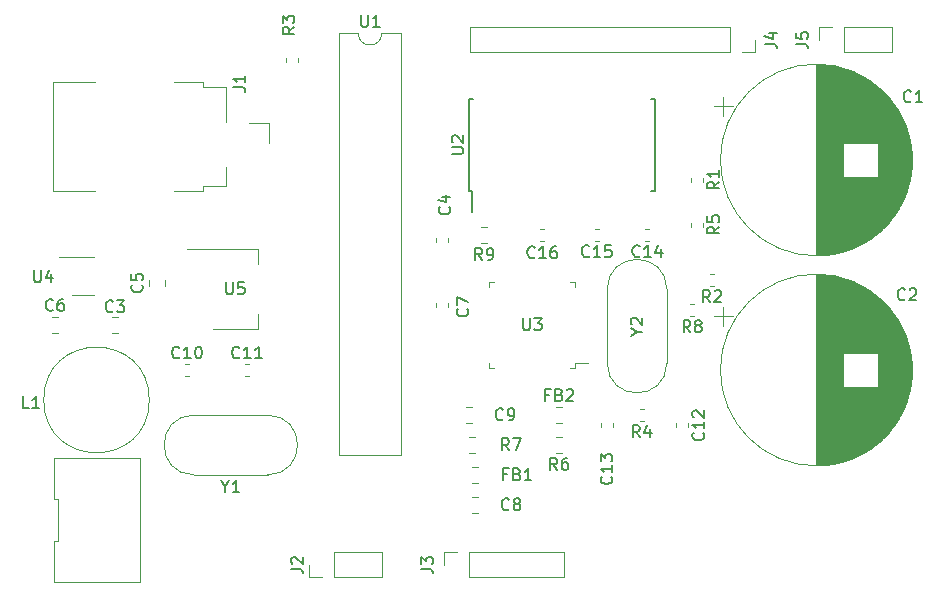
<source format=gbr>
G04 #@! TF.GenerationSoftware,KiCad,Pcbnew,(5.1.0)-1*
G04 #@! TF.CreationDate,2019-11-07T23:05:45-05:00*
G04 #@! TF.ProjectId,ocarina v1.0,6f636172-696e-4612-9076-312e302e6b69,rev?*
G04 #@! TF.SameCoordinates,Original*
G04 #@! TF.FileFunction,Legend,Top*
G04 #@! TF.FilePolarity,Positive*
%FSLAX46Y46*%
G04 Gerber Fmt 4.6, Leading zero omitted, Abs format (unit mm)*
G04 Created by KiCad (PCBNEW (5.1.0)-1) date 2019-11-07 23:05:45*
%MOMM*%
%LPD*%
G04 APERTURE LIST*
%ADD10C,0.120000*%
%ADD11C,0.150000*%
G04 APERTURE END LIST*
D10*
X97774000Y-64202000D02*
G75*
G02X95774000Y-64202000I-1000000J0D01*
G01*
X95774000Y-64202000D02*
X94124000Y-64202000D01*
X94124000Y-64202000D02*
X94124000Y-99882000D01*
X94124000Y-99882000D02*
X99424000Y-99882000D01*
X99424000Y-99882000D02*
X99424000Y-64202000D01*
X99424000Y-64202000D02*
X97774000Y-64202000D01*
X70020000Y-110670000D02*
X77299999Y-110670000D01*
X77299999Y-110670000D02*
X77300000Y-100150000D01*
X77300000Y-100150000D02*
X70020001Y-100150000D01*
X70020001Y-100150000D02*
X70020000Y-103656667D01*
X70020000Y-103656667D02*
X70380000Y-103656667D01*
X70380000Y-103656667D02*
X70380000Y-107163333D01*
X70380000Y-107163333D02*
X70020000Y-107163333D01*
X70020000Y-107163333D02*
X70020000Y-110670000D01*
X73460000Y-77560000D02*
X69910000Y-77560000D01*
X69910000Y-77560000D02*
X69910000Y-68360000D01*
X69910000Y-68360000D02*
X73460000Y-68360000D01*
X80160000Y-68360000D02*
X82610000Y-68360000D01*
X82610000Y-68360000D02*
X82610000Y-68760000D01*
X82610000Y-68760000D02*
X84610000Y-68760000D01*
X84610000Y-68760000D02*
X84610000Y-71760000D01*
X84610000Y-75560000D02*
X84610000Y-77160000D01*
X84610000Y-77160000D02*
X82610000Y-77160000D01*
X82610000Y-77160000D02*
X82610000Y-77560000D01*
X82610000Y-77560000D02*
X80160000Y-77560000D01*
X86510000Y-71770000D02*
X88250000Y-71770000D01*
X88250000Y-71770000D02*
X88250000Y-73510000D01*
X86188733Y-92200000D02*
X86531267Y-92200000D01*
X86188733Y-93220000D02*
X86531267Y-93220000D01*
X91650000Y-110280000D02*
X91650000Y-109220000D01*
X92710000Y-110280000D02*
X91650000Y-110280000D01*
X93710000Y-110280000D02*
X93710000Y-108160000D01*
X93710000Y-108160000D02*
X97770000Y-108160000D01*
X93710000Y-110280000D02*
X97770000Y-110280000D01*
X97770000Y-110280000D02*
X97770000Y-108160000D01*
X142680000Y-74930000D02*
G75*
G03X142680000Y-74930000I-8120000J0D01*
G01*
X134560000Y-66849000D02*
X134560000Y-83011000D01*
X134600000Y-66850000D02*
X134600000Y-83010000D01*
X134640000Y-66850000D02*
X134640000Y-83010000D01*
X134680000Y-66850000D02*
X134680000Y-83010000D01*
X134720000Y-66851000D02*
X134720000Y-83009000D01*
X134760000Y-66852000D02*
X134760000Y-83008000D01*
X134800000Y-66853000D02*
X134800000Y-83007000D01*
X134840000Y-66854000D02*
X134840000Y-83006000D01*
X134880000Y-66856000D02*
X134880000Y-83004000D01*
X134920000Y-66857000D02*
X134920000Y-83003000D01*
X134960000Y-66859000D02*
X134960000Y-83001000D01*
X135000000Y-66861000D02*
X135000000Y-82999000D01*
X135040000Y-66864000D02*
X135040000Y-82996000D01*
X135080000Y-66866000D02*
X135080000Y-82994000D01*
X135120000Y-66869000D02*
X135120000Y-82991000D01*
X135160000Y-66872000D02*
X135160000Y-82988000D01*
X135200000Y-66875000D02*
X135200000Y-82985000D01*
X135240000Y-66878000D02*
X135240000Y-82982000D01*
X135281000Y-66881000D02*
X135281000Y-82979000D01*
X135321000Y-66885000D02*
X135321000Y-82975000D01*
X135361000Y-66889000D02*
X135361000Y-82971000D01*
X135401000Y-66893000D02*
X135401000Y-82967000D01*
X135441000Y-66897000D02*
X135441000Y-82963000D01*
X135481000Y-66902000D02*
X135481000Y-82958000D01*
X135521000Y-66906000D02*
X135521000Y-82954000D01*
X135561000Y-66911000D02*
X135561000Y-82949000D01*
X135601000Y-66916000D02*
X135601000Y-82944000D01*
X135641000Y-66922000D02*
X135641000Y-82938000D01*
X135681000Y-66927000D02*
X135681000Y-82933000D01*
X135721000Y-66933000D02*
X135721000Y-82927000D01*
X135761000Y-66939000D02*
X135761000Y-82921000D01*
X135801000Y-66945000D02*
X135801000Y-82915000D01*
X135841000Y-66951000D02*
X135841000Y-82909000D01*
X135881000Y-66958000D02*
X135881000Y-82902000D01*
X135921000Y-66964000D02*
X135921000Y-82896000D01*
X135961000Y-66971000D02*
X135961000Y-82889000D01*
X136001000Y-66978000D02*
X136001000Y-82882000D01*
X136041000Y-66986000D02*
X136041000Y-82874000D01*
X136081000Y-66993000D02*
X136081000Y-82867000D01*
X136121000Y-67001000D02*
X136121000Y-82859000D01*
X136161000Y-67009000D02*
X136161000Y-82851000D01*
X136201000Y-67017000D02*
X136201000Y-82843000D01*
X136241000Y-67025000D02*
X136241000Y-82835000D01*
X136281000Y-67034000D02*
X136281000Y-82826000D01*
X136321000Y-67043000D02*
X136321000Y-82817000D01*
X136361000Y-67052000D02*
X136361000Y-82808000D01*
X136401000Y-67061000D02*
X136401000Y-82799000D01*
X136441000Y-67070000D02*
X136441000Y-82790000D01*
X136481000Y-67080000D02*
X136481000Y-82780000D01*
X136521000Y-67090000D02*
X136521000Y-82770000D01*
X136561000Y-67100000D02*
X136561000Y-82760000D01*
X136601000Y-67110000D02*
X136601000Y-82750000D01*
X136641000Y-67120000D02*
X136641000Y-82740000D01*
X136681000Y-67131000D02*
X136681000Y-82729000D01*
X136721000Y-67142000D02*
X136721000Y-82718000D01*
X136761000Y-67153000D02*
X136761000Y-82707000D01*
X136801000Y-67165000D02*
X136801000Y-82695000D01*
X136841000Y-67176000D02*
X136841000Y-82684000D01*
X136881000Y-67188000D02*
X136881000Y-73490000D01*
X136881000Y-76370000D02*
X136881000Y-82672000D01*
X136921000Y-67200000D02*
X136921000Y-73490000D01*
X136921000Y-76370000D02*
X136921000Y-82660000D01*
X136961000Y-67212000D02*
X136961000Y-73490000D01*
X136961000Y-76370000D02*
X136961000Y-82648000D01*
X137001000Y-67225000D02*
X137001000Y-73490000D01*
X137001000Y-76370000D02*
X137001000Y-82635000D01*
X137041000Y-67237000D02*
X137041000Y-73490000D01*
X137041000Y-76370000D02*
X137041000Y-82623000D01*
X137081000Y-67250000D02*
X137081000Y-73490000D01*
X137081000Y-76370000D02*
X137081000Y-82610000D01*
X137121000Y-67264000D02*
X137121000Y-73490000D01*
X137121000Y-76370000D02*
X137121000Y-82596000D01*
X137161000Y-67277000D02*
X137161000Y-73490000D01*
X137161000Y-76370000D02*
X137161000Y-82583000D01*
X137201000Y-67291000D02*
X137201000Y-73490000D01*
X137201000Y-76370000D02*
X137201000Y-82569000D01*
X137241000Y-67305000D02*
X137241000Y-73490000D01*
X137241000Y-76370000D02*
X137241000Y-82555000D01*
X137281000Y-67319000D02*
X137281000Y-73490000D01*
X137281000Y-76370000D02*
X137281000Y-82541000D01*
X137321000Y-67333000D02*
X137321000Y-73490000D01*
X137321000Y-76370000D02*
X137321000Y-82527000D01*
X137361000Y-67348000D02*
X137361000Y-73490000D01*
X137361000Y-76370000D02*
X137361000Y-82512000D01*
X137401000Y-67362000D02*
X137401000Y-73490000D01*
X137401000Y-76370000D02*
X137401000Y-82498000D01*
X137441000Y-67377000D02*
X137441000Y-73490000D01*
X137441000Y-76370000D02*
X137441000Y-82483000D01*
X137481000Y-67393000D02*
X137481000Y-73490000D01*
X137481000Y-76370000D02*
X137481000Y-82467000D01*
X137521000Y-67408000D02*
X137521000Y-73490000D01*
X137521000Y-76370000D02*
X137521000Y-82452000D01*
X137561000Y-67424000D02*
X137561000Y-73490000D01*
X137561000Y-76370000D02*
X137561000Y-82436000D01*
X137601000Y-67440000D02*
X137601000Y-73490000D01*
X137601000Y-76370000D02*
X137601000Y-82420000D01*
X137641000Y-67456000D02*
X137641000Y-73490000D01*
X137641000Y-76370000D02*
X137641000Y-82404000D01*
X137681000Y-67473000D02*
X137681000Y-73490000D01*
X137681000Y-76370000D02*
X137681000Y-82387000D01*
X137721000Y-67490000D02*
X137721000Y-73490000D01*
X137721000Y-76370000D02*
X137721000Y-82370000D01*
X137761000Y-67507000D02*
X137761000Y-73490000D01*
X137761000Y-76370000D02*
X137761000Y-82353000D01*
X137801000Y-67524000D02*
X137801000Y-73490000D01*
X137801000Y-76370000D02*
X137801000Y-82336000D01*
X137841000Y-67541000D02*
X137841000Y-73490000D01*
X137841000Y-76370000D02*
X137841000Y-82319000D01*
X137881000Y-67559000D02*
X137881000Y-73490000D01*
X137881000Y-76370000D02*
X137881000Y-82301000D01*
X137921000Y-67577000D02*
X137921000Y-73490000D01*
X137921000Y-76370000D02*
X137921000Y-82283000D01*
X137961000Y-67596000D02*
X137961000Y-73490000D01*
X137961000Y-76370000D02*
X137961000Y-82264000D01*
X138001000Y-67614000D02*
X138001000Y-73490000D01*
X138001000Y-76370000D02*
X138001000Y-82246000D01*
X138041000Y-67633000D02*
X138041000Y-73490000D01*
X138041000Y-76370000D02*
X138041000Y-82227000D01*
X138081000Y-67652000D02*
X138081000Y-73490000D01*
X138081000Y-76370000D02*
X138081000Y-82208000D01*
X138121000Y-67672000D02*
X138121000Y-73490000D01*
X138121000Y-76370000D02*
X138121000Y-82188000D01*
X138161000Y-67691000D02*
X138161000Y-73490000D01*
X138161000Y-76370000D02*
X138161000Y-82169000D01*
X138201000Y-67711000D02*
X138201000Y-73490000D01*
X138201000Y-76370000D02*
X138201000Y-82149000D01*
X138241000Y-67731000D02*
X138241000Y-73490000D01*
X138241000Y-76370000D02*
X138241000Y-82129000D01*
X138281000Y-67752000D02*
X138281000Y-73490000D01*
X138281000Y-76370000D02*
X138281000Y-82108000D01*
X138321000Y-67773000D02*
X138321000Y-73490000D01*
X138321000Y-76370000D02*
X138321000Y-82087000D01*
X138361000Y-67794000D02*
X138361000Y-73490000D01*
X138361000Y-76370000D02*
X138361000Y-82066000D01*
X138401000Y-67815000D02*
X138401000Y-73490000D01*
X138401000Y-76370000D02*
X138401000Y-82045000D01*
X138441000Y-67836000D02*
X138441000Y-73490000D01*
X138441000Y-76370000D02*
X138441000Y-82024000D01*
X138481000Y-67858000D02*
X138481000Y-73490000D01*
X138481000Y-76370000D02*
X138481000Y-82002000D01*
X138521000Y-67881000D02*
X138521000Y-73490000D01*
X138521000Y-76370000D02*
X138521000Y-81979000D01*
X138561000Y-67903000D02*
X138561000Y-73490000D01*
X138561000Y-76370000D02*
X138561000Y-81957000D01*
X138601000Y-67926000D02*
X138601000Y-73490000D01*
X138601000Y-76370000D02*
X138601000Y-81934000D01*
X138641000Y-67949000D02*
X138641000Y-73490000D01*
X138641000Y-76370000D02*
X138641000Y-81911000D01*
X138681000Y-67972000D02*
X138681000Y-73490000D01*
X138681000Y-76370000D02*
X138681000Y-81888000D01*
X138721000Y-67996000D02*
X138721000Y-73490000D01*
X138721000Y-76370000D02*
X138721000Y-81864000D01*
X138761000Y-68020000D02*
X138761000Y-73490000D01*
X138761000Y-76370000D02*
X138761000Y-81840000D01*
X138801000Y-68044000D02*
X138801000Y-73490000D01*
X138801000Y-76370000D02*
X138801000Y-81816000D01*
X138841000Y-68069000D02*
X138841000Y-73490000D01*
X138841000Y-76370000D02*
X138841000Y-81791000D01*
X138881000Y-68094000D02*
X138881000Y-73490000D01*
X138881000Y-76370000D02*
X138881000Y-81766000D01*
X138921000Y-68119000D02*
X138921000Y-73490000D01*
X138921000Y-76370000D02*
X138921000Y-81741000D01*
X138961000Y-68145000D02*
X138961000Y-73490000D01*
X138961000Y-76370000D02*
X138961000Y-81715000D01*
X139001000Y-68171000D02*
X139001000Y-73490000D01*
X139001000Y-76370000D02*
X139001000Y-81689000D01*
X139041000Y-68197000D02*
X139041000Y-73490000D01*
X139041000Y-76370000D02*
X139041000Y-81663000D01*
X139081000Y-68224000D02*
X139081000Y-73490000D01*
X139081000Y-76370000D02*
X139081000Y-81636000D01*
X139121000Y-68251000D02*
X139121000Y-73490000D01*
X139121000Y-76370000D02*
X139121000Y-81609000D01*
X139161000Y-68278000D02*
X139161000Y-73490000D01*
X139161000Y-76370000D02*
X139161000Y-81582000D01*
X139201000Y-68306000D02*
X139201000Y-73490000D01*
X139201000Y-76370000D02*
X139201000Y-81554000D01*
X139241000Y-68334000D02*
X139241000Y-73490000D01*
X139241000Y-76370000D02*
X139241000Y-81526000D01*
X139281000Y-68362000D02*
X139281000Y-73490000D01*
X139281000Y-76370000D02*
X139281000Y-81498000D01*
X139321000Y-68391000D02*
X139321000Y-73490000D01*
X139321000Y-76370000D02*
X139321000Y-81469000D01*
X139361000Y-68420000D02*
X139361000Y-73490000D01*
X139361000Y-76370000D02*
X139361000Y-81440000D01*
X139401000Y-68450000D02*
X139401000Y-73490000D01*
X139401000Y-76370000D02*
X139401000Y-81410000D01*
X139441000Y-68480000D02*
X139441000Y-73490000D01*
X139441000Y-76370000D02*
X139441000Y-81380000D01*
X139481000Y-68510000D02*
X139481000Y-73490000D01*
X139481000Y-76370000D02*
X139481000Y-81350000D01*
X139521000Y-68540000D02*
X139521000Y-73490000D01*
X139521000Y-76370000D02*
X139521000Y-81320000D01*
X139561000Y-68572000D02*
X139561000Y-73490000D01*
X139561000Y-76370000D02*
X139561000Y-81288000D01*
X139601000Y-68603000D02*
X139601000Y-73490000D01*
X139601000Y-76370000D02*
X139601000Y-81257000D01*
X139641000Y-68635000D02*
X139641000Y-73490000D01*
X139641000Y-76370000D02*
X139641000Y-81225000D01*
X139681000Y-68667000D02*
X139681000Y-73490000D01*
X139681000Y-76370000D02*
X139681000Y-81193000D01*
X139721000Y-68700000D02*
X139721000Y-73490000D01*
X139721000Y-76370000D02*
X139721000Y-81160000D01*
X139761000Y-68733000D02*
X139761000Y-81127000D01*
X139801000Y-68767000D02*
X139801000Y-81093000D01*
X139841000Y-68801000D02*
X139841000Y-81059000D01*
X139881000Y-68835000D02*
X139881000Y-81025000D01*
X139921000Y-68870000D02*
X139921000Y-80990000D01*
X139961000Y-68905000D02*
X139961000Y-80955000D01*
X140001000Y-68941000D02*
X140001000Y-80919000D01*
X140041000Y-68978000D02*
X140041000Y-80882000D01*
X140081000Y-69014000D02*
X140081000Y-80846000D01*
X140121000Y-69052000D02*
X140121000Y-80808000D01*
X140161000Y-69090000D02*
X140161000Y-80770000D01*
X140201000Y-69128000D02*
X140201000Y-80732000D01*
X140241000Y-69167000D02*
X140241000Y-80693000D01*
X140281000Y-69206000D02*
X140281000Y-80654000D01*
X140321000Y-69246000D02*
X140321000Y-80614000D01*
X140361000Y-69287000D02*
X140361000Y-80573000D01*
X140401000Y-69328000D02*
X140401000Y-80532000D01*
X140441000Y-69370000D02*
X140441000Y-80490000D01*
X140481000Y-69412000D02*
X140481000Y-80448000D01*
X140521000Y-69455000D02*
X140521000Y-80405000D01*
X140561000Y-69498000D02*
X140561000Y-80362000D01*
X140601000Y-69542000D02*
X140601000Y-80318000D01*
X140641000Y-69587000D02*
X140641000Y-80273000D01*
X140681000Y-69633000D02*
X140681000Y-80227000D01*
X140721000Y-69679000D02*
X140721000Y-80181000D01*
X140761000Y-69726000D02*
X140761000Y-80134000D01*
X140801000Y-69774000D02*
X140801000Y-80086000D01*
X140841000Y-69822000D02*
X140841000Y-80038000D01*
X140881000Y-69871000D02*
X140881000Y-79989000D01*
X140921000Y-69921000D02*
X140921000Y-79939000D01*
X140961000Y-69972000D02*
X140961000Y-79888000D01*
X141001000Y-70024000D02*
X141001000Y-79836000D01*
X141041000Y-70076000D02*
X141041000Y-79784000D01*
X141081000Y-70130000D02*
X141081000Y-79730000D01*
X141121000Y-70184000D02*
X141121000Y-79676000D01*
X141161000Y-70239000D02*
X141161000Y-79621000D01*
X141201000Y-70296000D02*
X141201000Y-79564000D01*
X141241000Y-70353000D02*
X141241000Y-79507000D01*
X141281000Y-70411000D02*
X141281000Y-79449000D01*
X141321000Y-70471000D02*
X141321000Y-79389000D01*
X141361000Y-70532000D02*
X141361000Y-79328000D01*
X141401000Y-70594000D02*
X141401000Y-79266000D01*
X141441000Y-70657000D02*
X141441000Y-79203000D01*
X141481000Y-70721000D02*
X141481000Y-79139000D01*
X141521000Y-70787000D02*
X141521000Y-79073000D01*
X141561000Y-70854000D02*
X141561000Y-79006000D01*
X141601000Y-70923000D02*
X141601000Y-78937000D01*
X141641000Y-70994000D02*
X141641000Y-78866000D01*
X141681000Y-71066000D02*
X141681000Y-78794000D01*
X141721000Y-71140000D02*
X141721000Y-78720000D01*
X141761000Y-71215000D02*
X141761000Y-78645000D01*
X141801000Y-71293000D02*
X141801000Y-78567000D01*
X141841000Y-71373000D02*
X141841000Y-78487000D01*
X141881000Y-71455000D02*
X141881000Y-78405000D01*
X141921000Y-71540000D02*
X141921000Y-78320000D01*
X141961000Y-71627000D02*
X141961000Y-78233000D01*
X142001000Y-71717000D02*
X142001000Y-78143000D01*
X142041000Y-71810000D02*
X142041000Y-78050000D01*
X142081000Y-71906000D02*
X142081000Y-77954000D01*
X142121000Y-72006000D02*
X142121000Y-77854000D01*
X142161000Y-72110000D02*
X142161000Y-77750000D01*
X142201000Y-72219000D02*
X142201000Y-77641000D01*
X142241000Y-72333000D02*
X142241000Y-77527000D01*
X142281000Y-72452000D02*
X142281000Y-77408000D01*
X142321000Y-72579000D02*
X142321000Y-77281000D01*
X142361000Y-72712000D02*
X142361000Y-77148000D01*
X142401000Y-72856000D02*
X142401000Y-77004000D01*
X142441000Y-73010000D02*
X142441000Y-76850000D01*
X142481000Y-73178000D02*
X142481000Y-76682000D01*
X142521000Y-73366000D02*
X142521000Y-76494000D01*
X142561000Y-73579000D02*
X142561000Y-76281000D01*
X142601000Y-73832000D02*
X142601000Y-76028000D01*
X142641000Y-74165000D02*
X142641000Y-75695000D01*
X125870509Y-70375000D02*
X127470509Y-70375000D01*
X126670509Y-69575000D02*
X126670509Y-71175000D01*
X126670509Y-87355000D02*
X126670509Y-88955000D01*
X125870509Y-88155000D02*
X127470509Y-88155000D01*
X142641000Y-91945000D02*
X142641000Y-93475000D01*
X142601000Y-91612000D02*
X142601000Y-93808000D01*
X142561000Y-91359000D02*
X142561000Y-94061000D01*
X142521000Y-91146000D02*
X142521000Y-94274000D01*
X142481000Y-90958000D02*
X142481000Y-94462000D01*
X142441000Y-90790000D02*
X142441000Y-94630000D01*
X142401000Y-90636000D02*
X142401000Y-94784000D01*
X142361000Y-90492000D02*
X142361000Y-94928000D01*
X142321000Y-90359000D02*
X142321000Y-95061000D01*
X142281000Y-90232000D02*
X142281000Y-95188000D01*
X142241000Y-90113000D02*
X142241000Y-95307000D01*
X142201000Y-89999000D02*
X142201000Y-95421000D01*
X142161000Y-89890000D02*
X142161000Y-95530000D01*
X142121000Y-89786000D02*
X142121000Y-95634000D01*
X142081000Y-89686000D02*
X142081000Y-95734000D01*
X142041000Y-89590000D02*
X142041000Y-95830000D01*
X142001000Y-89497000D02*
X142001000Y-95923000D01*
X141961000Y-89407000D02*
X141961000Y-96013000D01*
X141921000Y-89320000D02*
X141921000Y-96100000D01*
X141881000Y-89235000D02*
X141881000Y-96185000D01*
X141841000Y-89153000D02*
X141841000Y-96267000D01*
X141801000Y-89073000D02*
X141801000Y-96347000D01*
X141761000Y-88995000D02*
X141761000Y-96425000D01*
X141721000Y-88920000D02*
X141721000Y-96500000D01*
X141681000Y-88846000D02*
X141681000Y-96574000D01*
X141641000Y-88774000D02*
X141641000Y-96646000D01*
X141601000Y-88703000D02*
X141601000Y-96717000D01*
X141561000Y-88634000D02*
X141561000Y-96786000D01*
X141521000Y-88567000D02*
X141521000Y-96853000D01*
X141481000Y-88501000D02*
X141481000Y-96919000D01*
X141441000Y-88437000D02*
X141441000Y-96983000D01*
X141401000Y-88374000D02*
X141401000Y-97046000D01*
X141361000Y-88312000D02*
X141361000Y-97108000D01*
X141321000Y-88251000D02*
X141321000Y-97169000D01*
X141281000Y-88191000D02*
X141281000Y-97229000D01*
X141241000Y-88133000D02*
X141241000Y-97287000D01*
X141201000Y-88076000D02*
X141201000Y-97344000D01*
X141161000Y-88019000D02*
X141161000Y-97401000D01*
X141121000Y-87964000D02*
X141121000Y-97456000D01*
X141081000Y-87910000D02*
X141081000Y-97510000D01*
X141041000Y-87856000D02*
X141041000Y-97564000D01*
X141001000Y-87804000D02*
X141001000Y-97616000D01*
X140961000Y-87752000D02*
X140961000Y-97668000D01*
X140921000Y-87701000D02*
X140921000Y-97719000D01*
X140881000Y-87651000D02*
X140881000Y-97769000D01*
X140841000Y-87602000D02*
X140841000Y-97818000D01*
X140801000Y-87554000D02*
X140801000Y-97866000D01*
X140761000Y-87506000D02*
X140761000Y-97914000D01*
X140721000Y-87459000D02*
X140721000Y-97961000D01*
X140681000Y-87413000D02*
X140681000Y-98007000D01*
X140641000Y-87367000D02*
X140641000Y-98053000D01*
X140601000Y-87322000D02*
X140601000Y-98098000D01*
X140561000Y-87278000D02*
X140561000Y-98142000D01*
X140521000Y-87235000D02*
X140521000Y-98185000D01*
X140481000Y-87192000D02*
X140481000Y-98228000D01*
X140441000Y-87150000D02*
X140441000Y-98270000D01*
X140401000Y-87108000D02*
X140401000Y-98312000D01*
X140361000Y-87067000D02*
X140361000Y-98353000D01*
X140321000Y-87026000D02*
X140321000Y-98394000D01*
X140281000Y-86986000D02*
X140281000Y-98434000D01*
X140241000Y-86947000D02*
X140241000Y-98473000D01*
X140201000Y-86908000D02*
X140201000Y-98512000D01*
X140161000Y-86870000D02*
X140161000Y-98550000D01*
X140121000Y-86832000D02*
X140121000Y-98588000D01*
X140081000Y-86794000D02*
X140081000Y-98626000D01*
X140041000Y-86758000D02*
X140041000Y-98662000D01*
X140001000Y-86721000D02*
X140001000Y-98699000D01*
X139961000Y-86685000D02*
X139961000Y-98735000D01*
X139921000Y-86650000D02*
X139921000Y-98770000D01*
X139881000Y-86615000D02*
X139881000Y-98805000D01*
X139841000Y-86581000D02*
X139841000Y-98839000D01*
X139801000Y-86547000D02*
X139801000Y-98873000D01*
X139761000Y-86513000D02*
X139761000Y-98907000D01*
X139721000Y-94150000D02*
X139721000Y-98940000D01*
X139721000Y-86480000D02*
X139721000Y-91270000D01*
X139681000Y-94150000D02*
X139681000Y-98973000D01*
X139681000Y-86447000D02*
X139681000Y-91270000D01*
X139641000Y-94150000D02*
X139641000Y-99005000D01*
X139641000Y-86415000D02*
X139641000Y-91270000D01*
X139601000Y-94150000D02*
X139601000Y-99037000D01*
X139601000Y-86383000D02*
X139601000Y-91270000D01*
X139561000Y-94150000D02*
X139561000Y-99068000D01*
X139561000Y-86352000D02*
X139561000Y-91270000D01*
X139521000Y-94150000D02*
X139521000Y-99100000D01*
X139521000Y-86320000D02*
X139521000Y-91270000D01*
X139481000Y-94150000D02*
X139481000Y-99130000D01*
X139481000Y-86290000D02*
X139481000Y-91270000D01*
X139441000Y-94150000D02*
X139441000Y-99160000D01*
X139441000Y-86260000D02*
X139441000Y-91270000D01*
X139401000Y-94150000D02*
X139401000Y-99190000D01*
X139401000Y-86230000D02*
X139401000Y-91270000D01*
X139361000Y-94150000D02*
X139361000Y-99220000D01*
X139361000Y-86200000D02*
X139361000Y-91270000D01*
X139321000Y-94150000D02*
X139321000Y-99249000D01*
X139321000Y-86171000D02*
X139321000Y-91270000D01*
X139281000Y-94150000D02*
X139281000Y-99278000D01*
X139281000Y-86142000D02*
X139281000Y-91270000D01*
X139241000Y-94150000D02*
X139241000Y-99306000D01*
X139241000Y-86114000D02*
X139241000Y-91270000D01*
X139201000Y-94150000D02*
X139201000Y-99334000D01*
X139201000Y-86086000D02*
X139201000Y-91270000D01*
X139161000Y-94150000D02*
X139161000Y-99362000D01*
X139161000Y-86058000D02*
X139161000Y-91270000D01*
X139121000Y-94150000D02*
X139121000Y-99389000D01*
X139121000Y-86031000D02*
X139121000Y-91270000D01*
X139081000Y-94150000D02*
X139081000Y-99416000D01*
X139081000Y-86004000D02*
X139081000Y-91270000D01*
X139041000Y-94150000D02*
X139041000Y-99443000D01*
X139041000Y-85977000D02*
X139041000Y-91270000D01*
X139001000Y-94150000D02*
X139001000Y-99469000D01*
X139001000Y-85951000D02*
X139001000Y-91270000D01*
X138961000Y-94150000D02*
X138961000Y-99495000D01*
X138961000Y-85925000D02*
X138961000Y-91270000D01*
X138921000Y-94150000D02*
X138921000Y-99521000D01*
X138921000Y-85899000D02*
X138921000Y-91270000D01*
X138881000Y-94150000D02*
X138881000Y-99546000D01*
X138881000Y-85874000D02*
X138881000Y-91270000D01*
X138841000Y-94150000D02*
X138841000Y-99571000D01*
X138841000Y-85849000D02*
X138841000Y-91270000D01*
X138801000Y-94150000D02*
X138801000Y-99596000D01*
X138801000Y-85824000D02*
X138801000Y-91270000D01*
X138761000Y-94150000D02*
X138761000Y-99620000D01*
X138761000Y-85800000D02*
X138761000Y-91270000D01*
X138721000Y-94150000D02*
X138721000Y-99644000D01*
X138721000Y-85776000D02*
X138721000Y-91270000D01*
X138681000Y-94150000D02*
X138681000Y-99668000D01*
X138681000Y-85752000D02*
X138681000Y-91270000D01*
X138641000Y-94150000D02*
X138641000Y-99691000D01*
X138641000Y-85729000D02*
X138641000Y-91270000D01*
X138601000Y-94150000D02*
X138601000Y-99714000D01*
X138601000Y-85706000D02*
X138601000Y-91270000D01*
X138561000Y-94150000D02*
X138561000Y-99737000D01*
X138561000Y-85683000D02*
X138561000Y-91270000D01*
X138521000Y-94150000D02*
X138521000Y-99759000D01*
X138521000Y-85661000D02*
X138521000Y-91270000D01*
X138481000Y-94150000D02*
X138481000Y-99782000D01*
X138481000Y-85638000D02*
X138481000Y-91270000D01*
X138441000Y-94150000D02*
X138441000Y-99804000D01*
X138441000Y-85616000D02*
X138441000Y-91270000D01*
X138401000Y-94150000D02*
X138401000Y-99825000D01*
X138401000Y-85595000D02*
X138401000Y-91270000D01*
X138361000Y-94150000D02*
X138361000Y-99846000D01*
X138361000Y-85574000D02*
X138361000Y-91270000D01*
X138321000Y-94150000D02*
X138321000Y-99867000D01*
X138321000Y-85553000D02*
X138321000Y-91270000D01*
X138281000Y-94150000D02*
X138281000Y-99888000D01*
X138281000Y-85532000D02*
X138281000Y-91270000D01*
X138241000Y-94150000D02*
X138241000Y-99909000D01*
X138241000Y-85511000D02*
X138241000Y-91270000D01*
X138201000Y-94150000D02*
X138201000Y-99929000D01*
X138201000Y-85491000D02*
X138201000Y-91270000D01*
X138161000Y-94150000D02*
X138161000Y-99949000D01*
X138161000Y-85471000D02*
X138161000Y-91270000D01*
X138121000Y-94150000D02*
X138121000Y-99968000D01*
X138121000Y-85452000D02*
X138121000Y-91270000D01*
X138081000Y-94150000D02*
X138081000Y-99988000D01*
X138081000Y-85432000D02*
X138081000Y-91270000D01*
X138041000Y-94150000D02*
X138041000Y-100007000D01*
X138041000Y-85413000D02*
X138041000Y-91270000D01*
X138001000Y-94150000D02*
X138001000Y-100026000D01*
X138001000Y-85394000D02*
X138001000Y-91270000D01*
X137961000Y-94150000D02*
X137961000Y-100044000D01*
X137961000Y-85376000D02*
X137961000Y-91270000D01*
X137921000Y-94150000D02*
X137921000Y-100063000D01*
X137921000Y-85357000D02*
X137921000Y-91270000D01*
X137881000Y-94150000D02*
X137881000Y-100081000D01*
X137881000Y-85339000D02*
X137881000Y-91270000D01*
X137841000Y-94150000D02*
X137841000Y-100099000D01*
X137841000Y-85321000D02*
X137841000Y-91270000D01*
X137801000Y-94150000D02*
X137801000Y-100116000D01*
X137801000Y-85304000D02*
X137801000Y-91270000D01*
X137761000Y-94150000D02*
X137761000Y-100133000D01*
X137761000Y-85287000D02*
X137761000Y-91270000D01*
X137721000Y-94150000D02*
X137721000Y-100150000D01*
X137721000Y-85270000D02*
X137721000Y-91270000D01*
X137681000Y-94150000D02*
X137681000Y-100167000D01*
X137681000Y-85253000D02*
X137681000Y-91270000D01*
X137641000Y-94150000D02*
X137641000Y-100184000D01*
X137641000Y-85236000D02*
X137641000Y-91270000D01*
X137601000Y-94150000D02*
X137601000Y-100200000D01*
X137601000Y-85220000D02*
X137601000Y-91270000D01*
X137561000Y-94150000D02*
X137561000Y-100216000D01*
X137561000Y-85204000D02*
X137561000Y-91270000D01*
X137521000Y-94150000D02*
X137521000Y-100232000D01*
X137521000Y-85188000D02*
X137521000Y-91270000D01*
X137481000Y-94150000D02*
X137481000Y-100247000D01*
X137481000Y-85173000D02*
X137481000Y-91270000D01*
X137441000Y-94150000D02*
X137441000Y-100263000D01*
X137441000Y-85157000D02*
X137441000Y-91270000D01*
X137401000Y-94150000D02*
X137401000Y-100278000D01*
X137401000Y-85142000D02*
X137401000Y-91270000D01*
X137361000Y-94150000D02*
X137361000Y-100292000D01*
X137361000Y-85128000D02*
X137361000Y-91270000D01*
X137321000Y-94150000D02*
X137321000Y-100307000D01*
X137321000Y-85113000D02*
X137321000Y-91270000D01*
X137281000Y-94150000D02*
X137281000Y-100321000D01*
X137281000Y-85099000D02*
X137281000Y-91270000D01*
X137241000Y-94150000D02*
X137241000Y-100335000D01*
X137241000Y-85085000D02*
X137241000Y-91270000D01*
X137201000Y-94150000D02*
X137201000Y-100349000D01*
X137201000Y-85071000D02*
X137201000Y-91270000D01*
X137161000Y-94150000D02*
X137161000Y-100363000D01*
X137161000Y-85057000D02*
X137161000Y-91270000D01*
X137121000Y-94150000D02*
X137121000Y-100376000D01*
X137121000Y-85044000D02*
X137121000Y-91270000D01*
X137081000Y-94150000D02*
X137081000Y-100390000D01*
X137081000Y-85030000D02*
X137081000Y-91270000D01*
X137041000Y-94150000D02*
X137041000Y-100403000D01*
X137041000Y-85017000D02*
X137041000Y-91270000D01*
X137001000Y-94150000D02*
X137001000Y-100415000D01*
X137001000Y-85005000D02*
X137001000Y-91270000D01*
X136961000Y-94150000D02*
X136961000Y-100428000D01*
X136961000Y-84992000D02*
X136961000Y-91270000D01*
X136921000Y-94150000D02*
X136921000Y-100440000D01*
X136921000Y-84980000D02*
X136921000Y-91270000D01*
X136881000Y-94150000D02*
X136881000Y-100452000D01*
X136881000Y-84968000D02*
X136881000Y-91270000D01*
X136841000Y-84956000D02*
X136841000Y-100464000D01*
X136801000Y-84945000D02*
X136801000Y-100475000D01*
X136761000Y-84933000D02*
X136761000Y-100487000D01*
X136721000Y-84922000D02*
X136721000Y-100498000D01*
X136681000Y-84911000D02*
X136681000Y-100509000D01*
X136641000Y-84900000D02*
X136641000Y-100520000D01*
X136601000Y-84890000D02*
X136601000Y-100530000D01*
X136561000Y-84880000D02*
X136561000Y-100540000D01*
X136521000Y-84870000D02*
X136521000Y-100550000D01*
X136481000Y-84860000D02*
X136481000Y-100560000D01*
X136441000Y-84850000D02*
X136441000Y-100570000D01*
X136401000Y-84841000D02*
X136401000Y-100579000D01*
X136361000Y-84832000D02*
X136361000Y-100588000D01*
X136321000Y-84823000D02*
X136321000Y-100597000D01*
X136281000Y-84814000D02*
X136281000Y-100606000D01*
X136241000Y-84805000D02*
X136241000Y-100615000D01*
X136201000Y-84797000D02*
X136201000Y-100623000D01*
X136161000Y-84789000D02*
X136161000Y-100631000D01*
X136121000Y-84781000D02*
X136121000Y-100639000D01*
X136081000Y-84773000D02*
X136081000Y-100647000D01*
X136041000Y-84766000D02*
X136041000Y-100654000D01*
X136001000Y-84758000D02*
X136001000Y-100662000D01*
X135961000Y-84751000D02*
X135961000Y-100669000D01*
X135921000Y-84744000D02*
X135921000Y-100676000D01*
X135881000Y-84738000D02*
X135881000Y-100682000D01*
X135841000Y-84731000D02*
X135841000Y-100689000D01*
X135801000Y-84725000D02*
X135801000Y-100695000D01*
X135761000Y-84719000D02*
X135761000Y-100701000D01*
X135721000Y-84713000D02*
X135721000Y-100707000D01*
X135681000Y-84707000D02*
X135681000Y-100713000D01*
X135641000Y-84702000D02*
X135641000Y-100718000D01*
X135601000Y-84696000D02*
X135601000Y-100724000D01*
X135561000Y-84691000D02*
X135561000Y-100729000D01*
X135521000Y-84686000D02*
X135521000Y-100734000D01*
X135481000Y-84682000D02*
X135481000Y-100738000D01*
X135441000Y-84677000D02*
X135441000Y-100743000D01*
X135401000Y-84673000D02*
X135401000Y-100747000D01*
X135361000Y-84669000D02*
X135361000Y-100751000D01*
X135321000Y-84665000D02*
X135321000Y-100755000D01*
X135281000Y-84661000D02*
X135281000Y-100759000D01*
X135240000Y-84658000D02*
X135240000Y-100762000D01*
X135200000Y-84655000D02*
X135200000Y-100765000D01*
X135160000Y-84652000D02*
X135160000Y-100768000D01*
X135120000Y-84649000D02*
X135120000Y-100771000D01*
X135080000Y-84646000D02*
X135080000Y-100774000D01*
X135040000Y-84644000D02*
X135040000Y-100776000D01*
X135000000Y-84641000D02*
X135000000Y-100779000D01*
X134960000Y-84639000D02*
X134960000Y-100781000D01*
X134920000Y-84637000D02*
X134920000Y-100783000D01*
X134880000Y-84636000D02*
X134880000Y-100784000D01*
X134840000Y-84634000D02*
X134840000Y-100786000D01*
X134800000Y-84633000D02*
X134800000Y-100787000D01*
X134760000Y-84632000D02*
X134760000Y-100788000D01*
X134720000Y-84631000D02*
X134720000Y-100789000D01*
X134680000Y-84630000D02*
X134680000Y-100790000D01*
X134640000Y-84630000D02*
X134640000Y-100790000D01*
X134600000Y-84630000D02*
X134600000Y-100790000D01*
X134560000Y-84629000D02*
X134560000Y-100791000D01*
X142680000Y-92710000D02*
G75*
G03X142680000Y-92710000I-8120000J0D01*
G01*
X75436252Y-89610000D02*
X74913748Y-89610000D01*
X75436252Y-88190000D02*
X74913748Y-88190000D01*
X102360000Y-81846267D02*
X102360000Y-81503733D01*
X103380000Y-81846267D02*
X103380000Y-81503733D01*
X79450000Y-85596252D02*
X79450000Y-85073748D01*
X78030000Y-85596252D02*
X78030000Y-85073748D01*
X69833748Y-88190000D02*
X70356252Y-88190000D01*
X69833748Y-89610000D02*
X70356252Y-89610000D01*
X102360000Y-87406267D02*
X102360000Y-87063733D01*
X103380000Y-87406267D02*
X103380000Y-87063733D01*
X105393748Y-103430000D02*
X105916252Y-103430000D01*
X105393748Y-104850000D02*
X105916252Y-104850000D01*
X105148748Y-99770000D02*
X105671252Y-99770000D01*
X105148748Y-98350000D02*
X105671252Y-98350000D01*
X81108733Y-93220000D02*
X81451267Y-93220000D01*
X81108733Y-92200000D02*
X81451267Y-92200000D01*
X122680000Y-97223733D02*
X122680000Y-97566267D01*
X123700000Y-97223733D02*
X123700000Y-97566267D01*
X117350000Y-97223733D02*
X117350000Y-97566267D01*
X116330000Y-97223733D02*
X116330000Y-97566267D01*
X120426267Y-81790000D02*
X120083733Y-81790000D01*
X120426267Y-80770000D02*
X120083733Y-80770000D01*
X116136267Y-80770000D02*
X115793733Y-80770000D01*
X116136267Y-81790000D02*
X115793733Y-81790000D01*
X111193733Y-81790000D02*
X111536267Y-81790000D01*
X111193733Y-80770000D02*
X111536267Y-80770000D01*
X105393748Y-100890000D02*
X105916252Y-100890000D01*
X105393748Y-102310000D02*
X105916252Y-102310000D01*
X112523748Y-97230000D02*
X113046252Y-97230000D01*
X112523748Y-95810000D02*
X113046252Y-95810000D01*
X105140000Y-110280000D02*
X105140000Y-108160000D01*
X105140000Y-110280000D02*
X113200000Y-110280000D01*
X113200000Y-110280000D02*
X113200000Y-108160000D01*
X105140000Y-108160000D02*
X113200000Y-108160000D01*
X103080000Y-108160000D02*
X104140000Y-108160000D01*
X103080000Y-109220000D02*
X103080000Y-108160000D01*
X127270000Y-63710000D02*
X127270000Y-65830000D01*
X127270000Y-63710000D02*
X105210000Y-63710000D01*
X105210000Y-63710000D02*
X105210000Y-65830000D01*
X127270000Y-65830000D02*
X105210000Y-65830000D01*
X129330000Y-65830000D02*
X128270000Y-65830000D01*
X129330000Y-64770000D02*
X129330000Y-65830000D01*
X136890000Y-65830000D02*
X136890000Y-63710000D01*
X136890000Y-65830000D02*
X140950000Y-65830000D01*
X140950000Y-65830000D02*
X140950000Y-63710000D01*
X136890000Y-63710000D02*
X140950000Y-63710000D01*
X134830000Y-63710000D02*
X135890000Y-63710000D01*
X134830000Y-64770000D02*
X134830000Y-63710000D01*
X78090000Y-95250000D02*
G75*
G03X78090000Y-95250000I-4470000J0D01*
G01*
X123950000Y-76423733D02*
X123950000Y-76766267D01*
X124970000Y-76423733D02*
X124970000Y-76766267D01*
X125901267Y-85600000D02*
X125558733Y-85600000D01*
X125901267Y-84580000D02*
X125558733Y-84580000D01*
X90680000Y-66263733D02*
X90680000Y-66606267D01*
X89660000Y-66263733D02*
X89660000Y-66606267D01*
X119946267Y-96010000D02*
X119603733Y-96010000D01*
X119946267Y-97030000D02*
X119603733Y-97030000D01*
X123950000Y-80233733D02*
X123950000Y-80576267D01*
X124970000Y-80233733D02*
X124970000Y-80576267D01*
X113046252Y-98350000D02*
X112523748Y-98350000D01*
X113046252Y-99770000D02*
X112523748Y-99770000D01*
X105426252Y-97230000D02*
X104903748Y-97230000D01*
X105426252Y-95810000D02*
X104903748Y-95810000D01*
X124236267Y-88140000D02*
X123893733Y-88140000D01*
X124236267Y-87120000D02*
X123893733Y-87120000D01*
X106696252Y-81990000D02*
X106173748Y-81990000D01*
X106696252Y-80570000D02*
X106173748Y-80570000D01*
D11*
X105155000Y-77535000D02*
X105430000Y-77535000D01*
X105155000Y-69785000D02*
X105520000Y-69785000D01*
X120905000Y-69785000D02*
X120540000Y-69785000D01*
X120905000Y-77535000D02*
X120540000Y-77535000D01*
X105155000Y-77535000D02*
X105155000Y-69785000D01*
X120905000Y-77535000D02*
X120905000Y-69785000D01*
X105430000Y-77535000D02*
X105430000Y-79360000D01*
D10*
X113740000Y-92550000D02*
X114140000Y-92550000D01*
X114140000Y-92550000D02*
X114140000Y-92150000D01*
X114140000Y-92150000D02*
X115240000Y-92150000D01*
X107240000Y-92550000D02*
X106840000Y-92550000D01*
X106840000Y-92550000D02*
X106840000Y-92150000D01*
X113740000Y-85250000D02*
X114140000Y-85250000D01*
X114140000Y-85250000D02*
X114140000Y-85650000D01*
X107240000Y-85250000D02*
X106840000Y-85250000D01*
X106840000Y-85250000D02*
X106840000Y-85650000D01*
X71570000Y-86380000D02*
X73370000Y-86380000D01*
X73370000Y-83160000D02*
X70420000Y-83160000D01*
X87254000Y-89262000D02*
X87254000Y-88002000D01*
X87254000Y-82442000D02*
X87254000Y-83702000D01*
X83494000Y-89262000D02*
X87254000Y-89262000D01*
X81244000Y-82442000D02*
X87254000Y-82442000D01*
X88115000Y-101585000D02*
G75*
G03X88115000Y-96535000I0J2525000D01*
G01*
X81865000Y-101585000D02*
G75*
G02X81865000Y-96535000I0J2525000D01*
G01*
X81865000Y-101585000D02*
X88115000Y-101585000D01*
X81865000Y-96535000D02*
X88115000Y-96535000D01*
X116855000Y-92125000D02*
X116855000Y-85875000D01*
X121905000Y-92125000D02*
X121905000Y-85875000D01*
X121905000Y-92125000D02*
G75*
G02X116855000Y-92125000I-2525000J0D01*
G01*
X121905000Y-85875000D02*
G75*
G03X116855000Y-85875000I-2525000J0D01*
G01*
D11*
X96012095Y-62654380D02*
X96012095Y-63463904D01*
X96059714Y-63559142D01*
X96107333Y-63606761D01*
X96202571Y-63654380D01*
X96393047Y-63654380D01*
X96488285Y-63606761D01*
X96535904Y-63559142D01*
X96583523Y-63463904D01*
X96583523Y-62654380D01*
X97583523Y-63654380D02*
X97012095Y-63654380D01*
X97297809Y-63654380D02*
X97297809Y-62654380D01*
X97202571Y-62797238D01*
X97107333Y-62892476D01*
X97012095Y-62940095D01*
X85212380Y-68793333D02*
X85926666Y-68793333D01*
X86069523Y-68840952D01*
X86164761Y-68936190D01*
X86212380Y-69079047D01*
X86212380Y-69174285D01*
X86212380Y-67793333D02*
X86212380Y-68364761D01*
X86212380Y-68079047D02*
X85212380Y-68079047D01*
X85355238Y-68174285D01*
X85450476Y-68269523D01*
X85498095Y-68364761D01*
X85717142Y-91637142D02*
X85669523Y-91684761D01*
X85526666Y-91732380D01*
X85431428Y-91732380D01*
X85288571Y-91684761D01*
X85193333Y-91589523D01*
X85145714Y-91494285D01*
X85098095Y-91303809D01*
X85098095Y-91160952D01*
X85145714Y-90970476D01*
X85193333Y-90875238D01*
X85288571Y-90780000D01*
X85431428Y-90732380D01*
X85526666Y-90732380D01*
X85669523Y-90780000D01*
X85717142Y-90827619D01*
X86669523Y-91732380D02*
X86098095Y-91732380D01*
X86383809Y-91732380D02*
X86383809Y-90732380D01*
X86288571Y-90875238D01*
X86193333Y-90970476D01*
X86098095Y-91018095D01*
X87621904Y-91732380D02*
X87050476Y-91732380D01*
X87336190Y-91732380D02*
X87336190Y-90732380D01*
X87240952Y-90875238D01*
X87145714Y-90970476D01*
X87050476Y-91018095D01*
X90102380Y-109553333D02*
X90816666Y-109553333D01*
X90959523Y-109600952D01*
X91054761Y-109696190D01*
X91102380Y-109839047D01*
X91102380Y-109934285D01*
X90197619Y-109124761D02*
X90150000Y-109077142D01*
X90102380Y-108981904D01*
X90102380Y-108743809D01*
X90150000Y-108648571D01*
X90197619Y-108600952D01*
X90292857Y-108553333D01*
X90388095Y-108553333D01*
X90530952Y-108600952D01*
X91102380Y-109172380D01*
X91102380Y-108553333D01*
X142581333Y-69953142D02*
X142533714Y-70000761D01*
X142390857Y-70048380D01*
X142295619Y-70048380D01*
X142152761Y-70000761D01*
X142057523Y-69905523D01*
X142009904Y-69810285D01*
X141962285Y-69619809D01*
X141962285Y-69476952D01*
X142009904Y-69286476D01*
X142057523Y-69191238D01*
X142152761Y-69096000D01*
X142295619Y-69048380D01*
X142390857Y-69048380D01*
X142533714Y-69096000D01*
X142581333Y-69143619D01*
X143533714Y-70048380D02*
X142962285Y-70048380D01*
X143248000Y-70048380D02*
X143248000Y-69048380D01*
X143152761Y-69191238D01*
X143057523Y-69286476D01*
X142962285Y-69334095D01*
X142073333Y-86717142D02*
X142025714Y-86764761D01*
X141882857Y-86812380D01*
X141787619Y-86812380D01*
X141644761Y-86764761D01*
X141549523Y-86669523D01*
X141501904Y-86574285D01*
X141454285Y-86383809D01*
X141454285Y-86240952D01*
X141501904Y-86050476D01*
X141549523Y-85955238D01*
X141644761Y-85860000D01*
X141787619Y-85812380D01*
X141882857Y-85812380D01*
X142025714Y-85860000D01*
X142073333Y-85907619D01*
X142454285Y-85907619D02*
X142501904Y-85860000D01*
X142597142Y-85812380D01*
X142835238Y-85812380D01*
X142930476Y-85860000D01*
X142978095Y-85907619D01*
X143025714Y-86002857D01*
X143025714Y-86098095D01*
X142978095Y-86240952D01*
X142406666Y-86812380D01*
X143025714Y-86812380D01*
X75017333Y-87733142D02*
X74969714Y-87780761D01*
X74826857Y-87828380D01*
X74731619Y-87828380D01*
X74588761Y-87780761D01*
X74493523Y-87685523D01*
X74445904Y-87590285D01*
X74398285Y-87399809D01*
X74398285Y-87256952D01*
X74445904Y-87066476D01*
X74493523Y-86971238D01*
X74588761Y-86876000D01*
X74731619Y-86828380D01*
X74826857Y-86828380D01*
X74969714Y-86876000D01*
X75017333Y-86923619D01*
X75350666Y-86828380D02*
X75969714Y-86828380D01*
X75636380Y-87209333D01*
X75779238Y-87209333D01*
X75874476Y-87256952D01*
X75922095Y-87304571D01*
X75969714Y-87399809D01*
X75969714Y-87637904D01*
X75922095Y-87733142D01*
X75874476Y-87780761D01*
X75779238Y-87828380D01*
X75493523Y-87828380D01*
X75398285Y-87780761D01*
X75350666Y-87733142D01*
X103481142Y-78906666D02*
X103528761Y-78954285D01*
X103576380Y-79097142D01*
X103576380Y-79192380D01*
X103528761Y-79335238D01*
X103433523Y-79430476D01*
X103338285Y-79478095D01*
X103147809Y-79525714D01*
X103004952Y-79525714D01*
X102814476Y-79478095D01*
X102719238Y-79430476D01*
X102624000Y-79335238D01*
X102576380Y-79192380D01*
X102576380Y-79097142D01*
X102624000Y-78954285D01*
X102671619Y-78906666D01*
X102909714Y-78049523D02*
X103576380Y-78049523D01*
X102528761Y-78287619D02*
X103243047Y-78525714D01*
X103243047Y-77906666D01*
X77447142Y-85501666D02*
X77494761Y-85549285D01*
X77542380Y-85692142D01*
X77542380Y-85787380D01*
X77494761Y-85930238D01*
X77399523Y-86025476D01*
X77304285Y-86073095D01*
X77113809Y-86120714D01*
X76970952Y-86120714D01*
X76780476Y-86073095D01*
X76685238Y-86025476D01*
X76590000Y-85930238D01*
X76542380Y-85787380D01*
X76542380Y-85692142D01*
X76590000Y-85549285D01*
X76637619Y-85501666D01*
X76542380Y-84596904D02*
X76542380Y-85073095D01*
X77018571Y-85120714D01*
X76970952Y-85073095D01*
X76923333Y-84977857D01*
X76923333Y-84739761D01*
X76970952Y-84644523D01*
X77018571Y-84596904D01*
X77113809Y-84549285D01*
X77351904Y-84549285D01*
X77447142Y-84596904D01*
X77494761Y-84644523D01*
X77542380Y-84739761D01*
X77542380Y-84977857D01*
X77494761Y-85073095D01*
X77447142Y-85120714D01*
X69928333Y-87607142D02*
X69880714Y-87654761D01*
X69737857Y-87702380D01*
X69642619Y-87702380D01*
X69499761Y-87654761D01*
X69404523Y-87559523D01*
X69356904Y-87464285D01*
X69309285Y-87273809D01*
X69309285Y-87130952D01*
X69356904Y-86940476D01*
X69404523Y-86845238D01*
X69499761Y-86750000D01*
X69642619Y-86702380D01*
X69737857Y-86702380D01*
X69880714Y-86750000D01*
X69928333Y-86797619D01*
X70785476Y-86702380D02*
X70595000Y-86702380D01*
X70499761Y-86750000D01*
X70452142Y-86797619D01*
X70356904Y-86940476D01*
X70309285Y-87130952D01*
X70309285Y-87511904D01*
X70356904Y-87607142D01*
X70404523Y-87654761D01*
X70499761Y-87702380D01*
X70690238Y-87702380D01*
X70785476Y-87654761D01*
X70833095Y-87607142D01*
X70880714Y-87511904D01*
X70880714Y-87273809D01*
X70833095Y-87178571D01*
X70785476Y-87130952D01*
X70690238Y-87083333D01*
X70499761Y-87083333D01*
X70404523Y-87130952D01*
X70356904Y-87178571D01*
X70309285Y-87273809D01*
X105005142Y-87542666D02*
X105052761Y-87590285D01*
X105100380Y-87733142D01*
X105100380Y-87828380D01*
X105052761Y-87971238D01*
X104957523Y-88066476D01*
X104862285Y-88114095D01*
X104671809Y-88161714D01*
X104528952Y-88161714D01*
X104338476Y-88114095D01*
X104243238Y-88066476D01*
X104148000Y-87971238D01*
X104100380Y-87828380D01*
X104100380Y-87733142D01*
X104148000Y-87590285D01*
X104195619Y-87542666D01*
X104100380Y-87209333D02*
X104100380Y-86542666D01*
X105100380Y-86971238D01*
X108545333Y-104497142D02*
X108497714Y-104544761D01*
X108354857Y-104592380D01*
X108259619Y-104592380D01*
X108116761Y-104544761D01*
X108021523Y-104449523D01*
X107973904Y-104354285D01*
X107926285Y-104163809D01*
X107926285Y-104020952D01*
X107973904Y-103830476D01*
X108021523Y-103735238D01*
X108116761Y-103640000D01*
X108259619Y-103592380D01*
X108354857Y-103592380D01*
X108497714Y-103640000D01*
X108545333Y-103687619D01*
X109116761Y-104020952D02*
X109021523Y-103973333D01*
X108973904Y-103925714D01*
X108926285Y-103830476D01*
X108926285Y-103782857D01*
X108973904Y-103687619D01*
X109021523Y-103640000D01*
X109116761Y-103592380D01*
X109307238Y-103592380D01*
X109402476Y-103640000D01*
X109450095Y-103687619D01*
X109497714Y-103782857D01*
X109497714Y-103830476D01*
X109450095Y-103925714D01*
X109402476Y-103973333D01*
X109307238Y-104020952D01*
X109116761Y-104020952D01*
X109021523Y-104068571D01*
X108973904Y-104116190D01*
X108926285Y-104211428D01*
X108926285Y-104401904D01*
X108973904Y-104497142D01*
X109021523Y-104544761D01*
X109116761Y-104592380D01*
X109307238Y-104592380D01*
X109402476Y-104544761D01*
X109450095Y-104497142D01*
X109497714Y-104401904D01*
X109497714Y-104211428D01*
X109450095Y-104116190D01*
X109402476Y-104068571D01*
X109307238Y-104020952D01*
X108037333Y-96877142D02*
X107989714Y-96924761D01*
X107846857Y-96972380D01*
X107751619Y-96972380D01*
X107608761Y-96924761D01*
X107513523Y-96829523D01*
X107465904Y-96734285D01*
X107418285Y-96543809D01*
X107418285Y-96400952D01*
X107465904Y-96210476D01*
X107513523Y-96115238D01*
X107608761Y-96020000D01*
X107751619Y-95972380D01*
X107846857Y-95972380D01*
X107989714Y-96020000D01*
X108037333Y-96067619D01*
X108513523Y-96972380D02*
X108704000Y-96972380D01*
X108799238Y-96924761D01*
X108846857Y-96877142D01*
X108942095Y-96734285D01*
X108989714Y-96543809D01*
X108989714Y-96162857D01*
X108942095Y-96067619D01*
X108894476Y-96020000D01*
X108799238Y-95972380D01*
X108608761Y-95972380D01*
X108513523Y-96020000D01*
X108465904Y-96067619D01*
X108418285Y-96162857D01*
X108418285Y-96400952D01*
X108465904Y-96496190D01*
X108513523Y-96543809D01*
X108608761Y-96591428D01*
X108799238Y-96591428D01*
X108894476Y-96543809D01*
X108942095Y-96496190D01*
X108989714Y-96400952D01*
X80637142Y-91637142D02*
X80589523Y-91684761D01*
X80446666Y-91732380D01*
X80351428Y-91732380D01*
X80208571Y-91684761D01*
X80113333Y-91589523D01*
X80065714Y-91494285D01*
X80018095Y-91303809D01*
X80018095Y-91160952D01*
X80065714Y-90970476D01*
X80113333Y-90875238D01*
X80208571Y-90780000D01*
X80351428Y-90732380D01*
X80446666Y-90732380D01*
X80589523Y-90780000D01*
X80637142Y-90827619D01*
X81589523Y-91732380D02*
X81018095Y-91732380D01*
X81303809Y-91732380D02*
X81303809Y-90732380D01*
X81208571Y-90875238D01*
X81113333Y-90970476D01*
X81018095Y-91018095D01*
X82208571Y-90732380D02*
X82303809Y-90732380D01*
X82399047Y-90780000D01*
X82446666Y-90827619D01*
X82494285Y-90922857D01*
X82541904Y-91113333D01*
X82541904Y-91351428D01*
X82494285Y-91541904D01*
X82446666Y-91637142D01*
X82399047Y-91684761D01*
X82303809Y-91732380D01*
X82208571Y-91732380D01*
X82113333Y-91684761D01*
X82065714Y-91637142D01*
X82018095Y-91541904D01*
X81970476Y-91351428D01*
X81970476Y-91113333D01*
X82018095Y-90922857D01*
X82065714Y-90827619D01*
X82113333Y-90780000D01*
X82208571Y-90732380D01*
X124977142Y-98037857D02*
X125024761Y-98085476D01*
X125072380Y-98228333D01*
X125072380Y-98323571D01*
X125024761Y-98466428D01*
X124929523Y-98561666D01*
X124834285Y-98609285D01*
X124643809Y-98656904D01*
X124500952Y-98656904D01*
X124310476Y-98609285D01*
X124215238Y-98561666D01*
X124120000Y-98466428D01*
X124072380Y-98323571D01*
X124072380Y-98228333D01*
X124120000Y-98085476D01*
X124167619Y-98037857D01*
X125072380Y-97085476D02*
X125072380Y-97656904D01*
X125072380Y-97371190D02*
X124072380Y-97371190D01*
X124215238Y-97466428D01*
X124310476Y-97561666D01*
X124358095Y-97656904D01*
X124167619Y-96704523D02*
X124120000Y-96656904D01*
X124072380Y-96561666D01*
X124072380Y-96323571D01*
X124120000Y-96228333D01*
X124167619Y-96180714D01*
X124262857Y-96133095D01*
X124358095Y-96133095D01*
X124500952Y-96180714D01*
X125072380Y-96752142D01*
X125072380Y-96133095D01*
X117197142Y-101734857D02*
X117244761Y-101782476D01*
X117292380Y-101925333D01*
X117292380Y-102020571D01*
X117244761Y-102163428D01*
X117149523Y-102258666D01*
X117054285Y-102306285D01*
X116863809Y-102353904D01*
X116720952Y-102353904D01*
X116530476Y-102306285D01*
X116435238Y-102258666D01*
X116340000Y-102163428D01*
X116292380Y-102020571D01*
X116292380Y-101925333D01*
X116340000Y-101782476D01*
X116387619Y-101734857D01*
X117292380Y-100782476D02*
X117292380Y-101353904D01*
X117292380Y-101068190D02*
X116292380Y-101068190D01*
X116435238Y-101163428D01*
X116530476Y-101258666D01*
X116578095Y-101353904D01*
X116292380Y-100449142D02*
X116292380Y-99830095D01*
X116673333Y-100163428D01*
X116673333Y-100020571D01*
X116720952Y-99925333D01*
X116768571Y-99877714D01*
X116863809Y-99830095D01*
X117101904Y-99830095D01*
X117197142Y-99877714D01*
X117244761Y-99925333D01*
X117292380Y-100020571D01*
X117292380Y-100306285D01*
X117244761Y-100401523D01*
X117197142Y-100449142D01*
X119612142Y-83067142D02*
X119564523Y-83114761D01*
X119421666Y-83162380D01*
X119326428Y-83162380D01*
X119183571Y-83114761D01*
X119088333Y-83019523D01*
X119040714Y-82924285D01*
X118993095Y-82733809D01*
X118993095Y-82590952D01*
X119040714Y-82400476D01*
X119088333Y-82305238D01*
X119183571Y-82210000D01*
X119326428Y-82162380D01*
X119421666Y-82162380D01*
X119564523Y-82210000D01*
X119612142Y-82257619D01*
X120564523Y-83162380D02*
X119993095Y-83162380D01*
X120278809Y-83162380D02*
X120278809Y-82162380D01*
X120183571Y-82305238D01*
X120088333Y-82400476D01*
X119993095Y-82448095D01*
X121421666Y-82495714D02*
X121421666Y-83162380D01*
X121183571Y-82114761D02*
X120945476Y-82829047D01*
X121564523Y-82829047D01*
X115322142Y-83067142D02*
X115274523Y-83114761D01*
X115131666Y-83162380D01*
X115036428Y-83162380D01*
X114893571Y-83114761D01*
X114798333Y-83019523D01*
X114750714Y-82924285D01*
X114703095Y-82733809D01*
X114703095Y-82590952D01*
X114750714Y-82400476D01*
X114798333Y-82305238D01*
X114893571Y-82210000D01*
X115036428Y-82162380D01*
X115131666Y-82162380D01*
X115274523Y-82210000D01*
X115322142Y-82257619D01*
X116274523Y-83162380D02*
X115703095Y-83162380D01*
X115988809Y-83162380D02*
X115988809Y-82162380D01*
X115893571Y-82305238D01*
X115798333Y-82400476D01*
X115703095Y-82448095D01*
X117179285Y-82162380D02*
X116703095Y-82162380D01*
X116655476Y-82638571D01*
X116703095Y-82590952D01*
X116798333Y-82543333D01*
X117036428Y-82543333D01*
X117131666Y-82590952D01*
X117179285Y-82638571D01*
X117226904Y-82733809D01*
X117226904Y-82971904D01*
X117179285Y-83067142D01*
X117131666Y-83114761D01*
X117036428Y-83162380D01*
X116798333Y-83162380D01*
X116703095Y-83114761D01*
X116655476Y-83067142D01*
X110722142Y-83161142D02*
X110674523Y-83208761D01*
X110531666Y-83256380D01*
X110436428Y-83256380D01*
X110293571Y-83208761D01*
X110198333Y-83113523D01*
X110150714Y-83018285D01*
X110103095Y-82827809D01*
X110103095Y-82684952D01*
X110150714Y-82494476D01*
X110198333Y-82399238D01*
X110293571Y-82304000D01*
X110436428Y-82256380D01*
X110531666Y-82256380D01*
X110674523Y-82304000D01*
X110722142Y-82351619D01*
X111674523Y-83256380D02*
X111103095Y-83256380D01*
X111388809Y-83256380D02*
X111388809Y-82256380D01*
X111293571Y-82399238D01*
X111198333Y-82494476D01*
X111103095Y-82542095D01*
X112531666Y-82256380D02*
X112341190Y-82256380D01*
X112245952Y-82304000D01*
X112198333Y-82351619D01*
X112103095Y-82494476D01*
X112055476Y-82684952D01*
X112055476Y-83065904D01*
X112103095Y-83161142D01*
X112150714Y-83208761D01*
X112245952Y-83256380D01*
X112436428Y-83256380D01*
X112531666Y-83208761D01*
X112579285Y-83161142D01*
X112626904Y-83065904D01*
X112626904Y-82827809D01*
X112579285Y-82732571D01*
X112531666Y-82684952D01*
X112436428Y-82637333D01*
X112245952Y-82637333D01*
X112150714Y-82684952D01*
X112103095Y-82732571D01*
X112055476Y-82827809D01*
X108386666Y-101528571D02*
X108053333Y-101528571D01*
X108053333Y-102052380D02*
X108053333Y-101052380D01*
X108529523Y-101052380D01*
X109243809Y-101528571D02*
X109386666Y-101576190D01*
X109434285Y-101623809D01*
X109481904Y-101719047D01*
X109481904Y-101861904D01*
X109434285Y-101957142D01*
X109386666Y-102004761D01*
X109291428Y-102052380D01*
X108910476Y-102052380D01*
X108910476Y-101052380D01*
X109243809Y-101052380D01*
X109339047Y-101100000D01*
X109386666Y-101147619D01*
X109434285Y-101242857D01*
X109434285Y-101338095D01*
X109386666Y-101433333D01*
X109339047Y-101480952D01*
X109243809Y-101528571D01*
X108910476Y-101528571D01*
X110434285Y-102052380D02*
X109862857Y-102052380D01*
X110148571Y-102052380D02*
X110148571Y-101052380D01*
X110053333Y-101195238D01*
X109958095Y-101290476D01*
X109862857Y-101338095D01*
X111951666Y-94798571D02*
X111618333Y-94798571D01*
X111618333Y-95322380D02*
X111618333Y-94322380D01*
X112094523Y-94322380D01*
X112808809Y-94798571D02*
X112951666Y-94846190D01*
X112999285Y-94893809D01*
X113046904Y-94989047D01*
X113046904Y-95131904D01*
X112999285Y-95227142D01*
X112951666Y-95274761D01*
X112856428Y-95322380D01*
X112475476Y-95322380D01*
X112475476Y-94322380D01*
X112808809Y-94322380D01*
X112904047Y-94370000D01*
X112951666Y-94417619D01*
X112999285Y-94512857D01*
X112999285Y-94608095D01*
X112951666Y-94703333D01*
X112904047Y-94750952D01*
X112808809Y-94798571D01*
X112475476Y-94798571D01*
X113427857Y-94417619D02*
X113475476Y-94370000D01*
X113570714Y-94322380D01*
X113808809Y-94322380D01*
X113904047Y-94370000D01*
X113951666Y-94417619D01*
X113999285Y-94512857D01*
X113999285Y-94608095D01*
X113951666Y-94750952D01*
X113380238Y-95322380D01*
X113999285Y-95322380D01*
X101092380Y-109553333D02*
X101806666Y-109553333D01*
X101949523Y-109600952D01*
X102044761Y-109696190D01*
X102092380Y-109839047D01*
X102092380Y-109934285D01*
X101092380Y-109172380D02*
X101092380Y-108553333D01*
X101473333Y-108886666D01*
X101473333Y-108743809D01*
X101520952Y-108648571D01*
X101568571Y-108600952D01*
X101663809Y-108553333D01*
X101901904Y-108553333D01*
X101997142Y-108600952D01*
X102044761Y-108648571D01*
X102092380Y-108743809D01*
X102092380Y-109029523D01*
X102044761Y-109124761D01*
X101997142Y-109172380D01*
X130222380Y-65103333D02*
X130936666Y-65103333D01*
X131079523Y-65150952D01*
X131174761Y-65246190D01*
X131222380Y-65389047D01*
X131222380Y-65484285D01*
X130555714Y-64198571D02*
X131222380Y-64198571D01*
X130174761Y-64436666D02*
X130889047Y-64674761D01*
X130889047Y-64055714D01*
X132842380Y-65103333D02*
X133556666Y-65103333D01*
X133699523Y-65150952D01*
X133794761Y-65246190D01*
X133842380Y-65389047D01*
X133842380Y-65484285D01*
X132842380Y-64150952D02*
X132842380Y-64627142D01*
X133318571Y-64674761D01*
X133270952Y-64627142D01*
X133223333Y-64531904D01*
X133223333Y-64293809D01*
X133270952Y-64198571D01*
X133318571Y-64150952D01*
X133413809Y-64103333D01*
X133651904Y-64103333D01*
X133747142Y-64150952D01*
X133794761Y-64198571D01*
X133842380Y-64293809D01*
X133842380Y-64531904D01*
X133794761Y-64627142D01*
X133747142Y-64674761D01*
X67905333Y-95956380D02*
X67429142Y-95956380D01*
X67429142Y-94956380D01*
X68762476Y-95956380D02*
X68191047Y-95956380D01*
X68476761Y-95956380D02*
X68476761Y-94956380D01*
X68381523Y-95099238D01*
X68286285Y-95194476D01*
X68191047Y-95242095D01*
X126342380Y-76761666D02*
X125866190Y-77095000D01*
X126342380Y-77333095D02*
X125342380Y-77333095D01*
X125342380Y-76952142D01*
X125390000Y-76856904D01*
X125437619Y-76809285D01*
X125532857Y-76761666D01*
X125675714Y-76761666D01*
X125770952Y-76809285D01*
X125818571Y-76856904D01*
X125866190Y-76952142D01*
X125866190Y-77333095D01*
X126342380Y-75809285D02*
X126342380Y-76380714D01*
X126342380Y-76095000D02*
X125342380Y-76095000D01*
X125485238Y-76190238D01*
X125580476Y-76285476D01*
X125628095Y-76380714D01*
X125563333Y-86972380D02*
X125230000Y-86496190D01*
X124991904Y-86972380D02*
X124991904Y-85972380D01*
X125372857Y-85972380D01*
X125468095Y-86020000D01*
X125515714Y-86067619D01*
X125563333Y-86162857D01*
X125563333Y-86305714D01*
X125515714Y-86400952D01*
X125468095Y-86448571D01*
X125372857Y-86496190D01*
X124991904Y-86496190D01*
X125944285Y-86067619D02*
X125991904Y-86020000D01*
X126087142Y-85972380D01*
X126325238Y-85972380D01*
X126420476Y-86020000D01*
X126468095Y-86067619D01*
X126515714Y-86162857D01*
X126515714Y-86258095D01*
X126468095Y-86400952D01*
X125896666Y-86972380D01*
X126515714Y-86972380D01*
X90368380Y-63666666D02*
X89892190Y-64000000D01*
X90368380Y-64238095D02*
X89368380Y-64238095D01*
X89368380Y-63857142D01*
X89416000Y-63761904D01*
X89463619Y-63714285D01*
X89558857Y-63666666D01*
X89701714Y-63666666D01*
X89796952Y-63714285D01*
X89844571Y-63761904D01*
X89892190Y-63857142D01*
X89892190Y-64238095D01*
X89368380Y-63333333D02*
X89368380Y-62714285D01*
X89749333Y-63047619D01*
X89749333Y-62904761D01*
X89796952Y-62809523D01*
X89844571Y-62761904D01*
X89939809Y-62714285D01*
X90177904Y-62714285D01*
X90273142Y-62761904D01*
X90320761Y-62809523D01*
X90368380Y-62904761D01*
X90368380Y-63190476D01*
X90320761Y-63285714D01*
X90273142Y-63333333D01*
X119608333Y-98402380D02*
X119275000Y-97926190D01*
X119036904Y-98402380D02*
X119036904Y-97402380D01*
X119417857Y-97402380D01*
X119513095Y-97450000D01*
X119560714Y-97497619D01*
X119608333Y-97592857D01*
X119608333Y-97735714D01*
X119560714Y-97830952D01*
X119513095Y-97878571D01*
X119417857Y-97926190D01*
X119036904Y-97926190D01*
X120465476Y-97735714D02*
X120465476Y-98402380D01*
X120227380Y-97354761D02*
X119989285Y-98069047D01*
X120608333Y-98069047D01*
X126342380Y-80571666D02*
X125866190Y-80905000D01*
X126342380Y-81143095D02*
X125342380Y-81143095D01*
X125342380Y-80762142D01*
X125390000Y-80666904D01*
X125437619Y-80619285D01*
X125532857Y-80571666D01*
X125675714Y-80571666D01*
X125770952Y-80619285D01*
X125818571Y-80666904D01*
X125866190Y-80762142D01*
X125866190Y-81143095D01*
X125342380Y-79666904D02*
X125342380Y-80143095D01*
X125818571Y-80190714D01*
X125770952Y-80143095D01*
X125723333Y-80047857D01*
X125723333Y-79809761D01*
X125770952Y-79714523D01*
X125818571Y-79666904D01*
X125913809Y-79619285D01*
X126151904Y-79619285D01*
X126247142Y-79666904D01*
X126294761Y-79714523D01*
X126342380Y-79809761D01*
X126342380Y-80047857D01*
X126294761Y-80143095D01*
X126247142Y-80190714D01*
X112618333Y-101162380D02*
X112285000Y-100686190D01*
X112046904Y-101162380D02*
X112046904Y-100162380D01*
X112427857Y-100162380D01*
X112523095Y-100210000D01*
X112570714Y-100257619D01*
X112618333Y-100352857D01*
X112618333Y-100495714D01*
X112570714Y-100590952D01*
X112523095Y-100638571D01*
X112427857Y-100686190D01*
X112046904Y-100686190D01*
X113475476Y-100162380D02*
X113285000Y-100162380D01*
X113189761Y-100210000D01*
X113142142Y-100257619D01*
X113046904Y-100400476D01*
X112999285Y-100590952D01*
X112999285Y-100971904D01*
X113046904Y-101067142D01*
X113094523Y-101114761D01*
X113189761Y-101162380D01*
X113380238Y-101162380D01*
X113475476Y-101114761D01*
X113523095Y-101067142D01*
X113570714Y-100971904D01*
X113570714Y-100733809D01*
X113523095Y-100638571D01*
X113475476Y-100590952D01*
X113380238Y-100543333D01*
X113189761Y-100543333D01*
X113094523Y-100590952D01*
X113046904Y-100638571D01*
X112999285Y-100733809D01*
X108545333Y-99512380D02*
X108212000Y-99036190D01*
X107973904Y-99512380D02*
X107973904Y-98512380D01*
X108354857Y-98512380D01*
X108450095Y-98560000D01*
X108497714Y-98607619D01*
X108545333Y-98702857D01*
X108545333Y-98845714D01*
X108497714Y-98940952D01*
X108450095Y-98988571D01*
X108354857Y-99036190D01*
X107973904Y-99036190D01*
X108878666Y-98512380D02*
X109545333Y-98512380D01*
X109116761Y-99512380D01*
X123898333Y-89512380D02*
X123565000Y-89036190D01*
X123326904Y-89512380D02*
X123326904Y-88512380D01*
X123707857Y-88512380D01*
X123803095Y-88560000D01*
X123850714Y-88607619D01*
X123898333Y-88702857D01*
X123898333Y-88845714D01*
X123850714Y-88940952D01*
X123803095Y-88988571D01*
X123707857Y-89036190D01*
X123326904Y-89036190D01*
X124469761Y-88940952D02*
X124374523Y-88893333D01*
X124326904Y-88845714D01*
X124279285Y-88750476D01*
X124279285Y-88702857D01*
X124326904Y-88607619D01*
X124374523Y-88560000D01*
X124469761Y-88512380D01*
X124660238Y-88512380D01*
X124755476Y-88560000D01*
X124803095Y-88607619D01*
X124850714Y-88702857D01*
X124850714Y-88750476D01*
X124803095Y-88845714D01*
X124755476Y-88893333D01*
X124660238Y-88940952D01*
X124469761Y-88940952D01*
X124374523Y-88988571D01*
X124326904Y-89036190D01*
X124279285Y-89131428D01*
X124279285Y-89321904D01*
X124326904Y-89417142D01*
X124374523Y-89464761D01*
X124469761Y-89512380D01*
X124660238Y-89512380D01*
X124755476Y-89464761D01*
X124803095Y-89417142D01*
X124850714Y-89321904D01*
X124850714Y-89131428D01*
X124803095Y-89036190D01*
X124755476Y-88988571D01*
X124660238Y-88940952D01*
X106268333Y-83382380D02*
X105935000Y-82906190D01*
X105696904Y-83382380D02*
X105696904Y-82382380D01*
X106077857Y-82382380D01*
X106173095Y-82430000D01*
X106220714Y-82477619D01*
X106268333Y-82572857D01*
X106268333Y-82715714D01*
X106220714Y-82810952D01*
X106173095Y-82858571D01*
X106077857Y-82906190D01*
X105696904Y-82906190D01*
X106744523Y-83382380D02*
X106935000Y-83382380D01*
X107030238Y-83334761D01*
X107077857Y-83287142D01*
X107173095Y-83144285D01*
X107220714Y-82953809D01*
X107220714Y-82572857D01*
X107173095Y-82477619D01*
X107125476Y-82430000D01*
X107030238Y-82382380D01*
X106839761Y-82382380D01*
X106744523Y-82430000D01*
X106696904Y-82477619D01*
X106649285Y-82572857D01*
X106649285Y-82810952D01*
X106696904Y-82906190D01*
X106744523Y-82953809D01*
X106839761Y-83001428D01*
X107030238Y-83001428D01*
X107125476Y-82953809D01*
X107173095Y-82906190D01*
X107220714Y-82810952D01*
X103682380Y-74421904D02*
X104491904Y-74421904D01*
X104587142Y-74374285D01*
X104634761Y-74326666D01*
X104682380Y-74231428D01*
X104682380Y-74040952D01*
X104634761Y-73945714D01*
X104587142Y-73898095D01*
X104491904Y-73850476D01*
X103682380Y-73850476D01*
X103777619Y-73421904D02*
X103730000Y-73374285D01*
X103682380Y-73279047D01*
X103682380Y-73040952D01*
X103730000Y-72945714D01*
X103777619Y-72898095D01*
X103872857Y-72850476D01*
X103968095Y-72850476D01*
X104110952Y-72898095D01*
X104682380Y-73469523D01*
X104682380Y-72850476D01*
X109728095Y-88352380D02*
X109728095Y-89161904D01*
X109775714Y-89257142D01*
X109823333Y-89304761D01*
X109918571Y-89352380D01*
X110109047Y-89352380D01*
X110204285Y-89304761D01*
X110251904Y-89257142D01*
X110299523Y-89161904D01*
X110299523Y-88352380D01*
X110680476Y-88352380D02*
X111299523Y-88352380D01*
X110966190Y-88733333D01*
X111109047Y-88733333D01*
X111204285Y-88780952D01*
X111251904Y-88828571D01*
X111299523Y-88923809D01*
X111299523Y-89161904D01*
X111251904Y-89257142D01*
X111204285Y-89304761D01*
X111109047Y-89352380D01*
X110823333Y-89352380D01*
X110728095Y-89304761D01*
X110680476Y-89257142D01*
X68326095Y-84288380D02*
X68326095Y-85097904D01*
X68373714Y-85193142D01*
X68421333Y-85240761D01*
X68516571Y-85288380D01*
X68707047Y-85288380D01*
X68802285Y-85240761D01*
X68849904Y-85193142D01*
X68897523Y-85097904D01*
X68897523Y-84288380D01*
X69802285Y-84621714D02*
X69802285Y-85288380D01*
X69564190Y-84240761D02*
X69326095Y-84955047D01*
X69945142Y-84955047D01*
X84582095Y-85304380D02*
X84582095Y-86113904D01*
X84629714Y-86209142D01*
X84677333Y-86256761D01*
X84772571Y-86304380D01*
X84963047Y-86304380D01*
X85058285Y-86256761D01*
X85105904Y-86209142D01*
X85153523Y-86113904D01*
X85153523Y-85304380D01*
X86105904Y-85304380D02*
X85629714Y-85304380D01*
X85582095Y-85780571D01*
X85629714Y-85732952D01*
X85724952Y-85685333D01*
X85963047Y-85685333D01*
X86058285Y-85732952D01*
X86105904Y-85780571D01*
X86153523Y-85875809D01*
X86153523Y-86113904D01*
X86105904Y-86209142D01*
X86058285Y-86256761D01*
X85963047Y-86304380D01*
X85724952Y-86304380D01*
X85629714Y-86256761D01*
X85582095Y-86209142D01*
X84513809Y-102592190D02*
X84513809Y-103068380D01*
X84180476Y-102068380D02*
X84513809Y-102592190D01*
X84847142Y-102068380D01*
X85704285Y-103068380D02*
X85132857Y-103068380D01*
X85418571Y-103068380D02*
X85418571Y-102068380D01*
X85323333Y-102211238D01*
X85228095Y-102306476D01*
X85132857Y-102354095D01*
X119356190Y-89476190D02*
X119832380Y-89476190D01*
X118832380Y-89809523D02*
X119356190Y-89476190D01*
X118832380Y-89142857D01*
X118927619Y-88857142D02*
X118880000Y-88809523D01*
X118832380Y-88714285D01*
X118832380Y-88476190D01*
X118880000Y-88380952D01*
X118927619Y-88333333D01*
X119022857Y-88285714D01*
X119118095Y-88285714D01*
X119260952Y-88333333D01*
X119832380Y-88904761D01*
X119832380Y-88285714D01*
M02*

</source>
